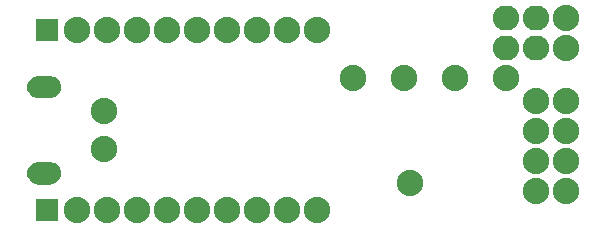
<source format=gbr>
G04 DipTrace 2.4.0.2*
%INBottomMask.gbr*%
%MOIN*%
%ADD39O,0.088X0.083*%
%ADD43R,0.078X0.078*%
%ADD45C,0.088*%
%ADD47C,0.088*%
%FSLAX44Y44*%
G04*
G70*
G90*
G75*
G01*
%LNBotMask*%
%LPD*%
D47*
X14940Y9390D3*
X16640D3*
X18340D3*
X20040D3*
D45*
X22040Y5640D3*
X21040D3*
X22040Y6640D3*
X21040D3*
X22040Y7640D3*
X21040D3*
X22040Y8640D3*
X21040D3*
D43*
X4740Y10990D3*
D45*
X5740D3*
X6740D3*
X7740D3*
X8740D3*
X9740D3*
X10740D3*
X11740D3*
X12740D3*
X13740D3*
D43*
X4740Y4990D3*
D45*
X5740D3*
X6740D3*
X7740D3*
X8740D3*
X9740D3*
X10740D3*
X11740D3*
X12740D3*
X13740D3*
X6642Y8290D3*
Y7030D3*
G36*
X4452Y9472D2*
X4294Y9435D1*
X4163Y9331D1*
X4090Y9181D1*
Y9013D1*
X4163Y8863D1*
X4294Y8759D1*
X4452Y8722D1*
X4855D1*
X5013Y8759D1*
X5144Y8863D1*
X5217Y9013D1*
Y9181D1*
X5144Y9331D1*
X5013Y9435D1*
X4855Y9472D1*
X4452D1*
G37*
G36*
Y6598D2*
X4294Y6561D1*
X4163Y6457D1*
X4090Y6307D1*
Y6139D1*
X4163Y5989D1*
X4294Y5885D1*
X4452Y5848D1*
X4855D1*
X5013Y5885D1*
X5144Y5989D1*
X5217Y6139D1*
Y6307D1*
X5144Y6457D1*
X5013Y6561D1*
X4855Y6598D1*
X4452D1*
G37*
D39*
X20040Y10390D3*
Y11390D3*
X21040Y10390D3*
Y11390D3*
D47*
X22040D3*
D45*
Y10390D3*
D47*
X16840Y5890D3*
M02*

</source>
